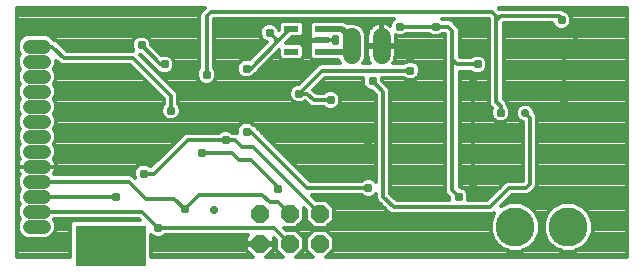
<source format=gbl>
G75*
%MOIN*%
%OFA0B0*%
%FSLAX25Y25*%
%IPPOS*%
%LPD*%
%AMOC8*
5,1,8,0,0,1.08239X$1,22.5*
%
%ADD10R,0.23622X0.13780*%
%ADD11OC8,0.06000*%
%ADD12C,0.04756*%
%ADD13C,0.06000*%
%ADD14C,0.13000*%
%ADD15R,0.04724X0.02165*%
%ADD16C,0.01400*%
%ADD17C,0.02800*%
%ADD18C,0.03100*%
%ADD19C,0.02000*%
%ADD20C,0.02900*%
D10*
X0050652Y0014522D03*
D11*
X0100406Y0015167D03*
X0110406Y0015167D03*
X0120406Y0015167D03*
X0120406Y0025167D03*
X0110406Y0025167D03*
X0100406Y0025167D03*
D12*
X0028471Y0025957D02*
X0023715Y0025957D01*
X0023715Y0020957D02*
X0028471Y0020957D01*
X0028471Y0030957D02*
X0023715Y0030957D01*
X0023715Y0035957D02*
X0028471Y0035957D01*
X0028471Y0040957D02*
X0023715Y0040957D01*
X0023715Y0045957D02*
X0028471Y0045957D01*
X0028471Y0050957D02*
X0023715Y0050957D01*
X0023715Y0055957D02*
X0028471Y0055957D01*
X0028471Y0060957D02*
X0023715Y0060957D01*
X0023715Y0065957D02*
X0028471Y0065957D01*
X0028471Y0070957D02*
X0023715Y0070957D01*
X0023715Y0075957D02*
X0028471Y0075957D01*
X0028471Y0080957D02*
X0023715Y0080957D01*
D13*
X0130979Y0078177D02*
X0130979Y0084177D01*
X0140979Y0084177D02*
X0140979Y0078177D01*
D14*
X0185555Y0020807D03*
X0203186Y0020801D03*
D15*
X0121143Y0079268D03*
X0121143Y0083008D03*
X0121143Y0086749D03*
X0110907Y0086749D03*
X0110907Y0079268D03*
D16*
X0019612Y0093804D02*
X0019612Y0010685D01*
X0037141Y0010685D01*
X0037141Y0022116D01*
X0038136Y0023112D01*
X0060496Y0023112D01*
X0060050Y0023557D01*
X0031838Y0023557D01*
X0031738Y0023457D01*
X0031928Y0023267D01*
X0032549Y0021768D01*
X0032549Y0020146D01*
X0031928Y0018647D01*
X0030781Y0017500D01*
X0029282Y0016879D01*
X0022904Y0016879D01*
X0021405Y0017500D01*
X0020258Y0018647D01*
X0019637Y0020146D01*
X0019637Y0021768D01*
X0020258Y0023267D01*
X0020448Y0023457D01*
X0020258Y0023647D01*
X0019637Y0025146D01*
X0019637Y0026768D01*
X0020258Y0028267D01*
X0020448Y0028457D01*
X0020258Y0028647D01*
X0019637Y0030146D01*
X0019637Y0031768D01*
X0020258Y0033267D01*
X0020448Y0033457D01*
X0020258Y0033647D01*
X0019637Y0035146D01*
X0019637Y0036768D01*
X0020258Y0038267D01*
X0020472Y0038482D01*
X0020227Y0038820D01*
X0019935Y0039392D01*
X0019737Y0040002D01*
X0019637Y0040636D01*
X0019637Y0040957D01*
X0026092Y0040957D01*
X0026092Y0040957D01*
X0019637Y0040957D01*
X0019637Y0041278D01*
X0019737Y0041912D01*
X0019935Y0042523D01*
X0020227Y0043095D01*
X0020472Y0043432D01*
X0020258Y0043647D01*
X0019637Y0045146D01*
X0019637Y0046768D01*
X0020258Y0048267D01*
X0020448Y0048457D01*
X0020258Y0048647D01*
X0019637Y0050146D01*
X0019637Y0051768D01*
X0020258Y0053267D01*
X0020448Y0053457D01*
X0020258Y0053647D01*
X0019637Y0055146D01*
X0019637Y0056768D01*
X0020258Y0058267D01*
X0020448Y0058457D01*
X0020258Y0058647D01*
X0019637Y0060146D01*
X0019637Y0061768D01*
X0020258Y0063267D01*
X0020448Y0063457D01*
X0020258Y0063647D01*
X0019637Y0065146D01*
X0019637Y0066768D01*
X0020258Y0068267D01*
X0020448Y0068457D01*
X0020258Y0068647D01*
X0019637Y0070146D01*
X0019637Y0071768D01*
X0020258Y0073267D01*
X0020448Y0073457D01*
X0020258Y0073647D01*
X0019637Y0075146D01*
X0019637Y0076768D01*
X0020258Y0078267D01*
X0020448Y0078457D01*
X0020258Y0078647D01*
X0019637Y0080146D01*
X0019637Y0081768D01*
X0020258Y0083267D01*
X0021405Y0084414D01*
X0022904Y0085035D01*
X0029282Y0085035D01*
X0030781Y0084414D01*
X0031919Y0083275D01*
X0032604Y0082992D01*
X0036074Y0079522D01*
X0058208Y0079522D01*
X0057730Y0080675D01*
X0057730Y0081968D01*
X0058225Y0083163D01*
X0059139Y0084077D01*
X0060334Y0084572D01*
X0061626Y0084572D01*
X0062821Y0084077D01*
X0063735Y0083163D01*
X0064230Y0081968D01*
X0064230Y0081466D01*
X0067603Y0078093D01*
X0068034Y0078272D01*
X0069326Y0078272D01*
X0070521Y0077777D01*
X0071435Y0076863D01*
X0071930Y0075668D01*
X0071930Y0074375D01*
X0071435Y0073181D01*
X0070521Y0072267D01*
X0069326Y0071772D01*
X0068034Y0071772D01*
X0066839Y0072267D01*
X0066258Y0072847D01*
X0065921Y0072987D01*
X0065245Y0073662D01*
X0060836Y0078072D01*
X0060624Y0078072D01*
X0072140Y0066556D01*
X0072815Y0065881D01*
X0073180Y0064999D01*
X0073180Y0061818D01*
X0073535Y0061463D01*
X0074030Y0060268D01*
X0074030Y0058975D01*
X0073535Y0057781D01*
X0072621Y0056867D01*
X0071426Y0056372D01*
X0070134Y0056372D01*
X0068939Y0056867D01*
X0068025Y0057781D01*
X0067530Y0058975D01*
X0067530Y0060268D01*
X0068025Y0061463D01*
X0068380Y0061818D01*
X0068380Y0063528D01*
X0057186Y0074722D01*
X0034603Y0074722D01*
X0033721Y0075087D01*
X0033045Y0075762D01*
X0033045Y0075762D01*
X0032549Y0076259D01*
X0032549Y0075146D01*
X0031928Y0073647D01*
X0031738Y0073457D01*
X0031928Y0073267D01*
X0032549Y0071768D01*
X0032549Y0070146D01*
X0031928Y0068647D01*
X0031738Y0068457D01*
X0031928Y0068267D01*
X0032549Y0066768D01*
X0032549Y0065146D01*
X0031928Y0063647D01*
X0031738Y0063457D01*
X0031928Y0063267D01*
X0032549Y0061768D01*
X0032549Y0060146D01*
X0031928Y0058647D01*
X0031738Y0058457D01*
X0031928Y0058267D01*
X0032549Y0056768D01*
X0032549Y0055146D01*
X0031928Y0053647D01*
X0031738Y0053457D01*
X0031928Y0053267D01*
X0032549Y0051768D01*
X0032549Y0050146D01*
X0031928Y0048647D01*
X0031738Y0048457D01*
X0031928Y0048267D01*
X0032549Y0046768D01*
X0032549Y0045146D01*
X0031928Y0043647D01*
X0031713Y0043432D01*
X0031958Y0043095D01*
X0032250Y0042523D01*
X0032448Y0041912D01*
X0032549Y0041278D01*
X0032549Y0040957D01*
X0026093Y0040957D01*
X0026093Y0040957D01*
X0032549Y0040957D01*
X0032549Y0040636D01*
X0032448Y0040002D01*
X0032250Y0039392D01*
X0031958Y0038820D01*
X0031713Y0038482D01*
X0031838Y0038357D01*
X0057122Y0038357D01*
X0058004Y0037992D01*
X0058720Y0037276D01*
X0058430Y0037975D01*
X0058430Y0039268D01*
X0058925Y0040463D01*
X0059839Y0041377D01*
X0061034Y0041872D01*
X0062326Y0041872D01*
X0063521Y0041377D01*
X0063876Y0041022D01*
X0064186Y0041022D01*
X0074345Y0051181D01*
X0074345Y0051181D01*
X0075021Y0051856D01*
X0075903Y0052222D01*
X0086784Y0052222D01*
X0087139Y0052577D01*
X0088334Y0053072D01*
X0089626Y0053072D01*
X0090821Y0052577D01*
X0091176Y0052222D01*
X0092457Y0052222D01*
X0092730Y0052109D01*
X0092730Y0053268D01*
X0093225Y0054463D01*
X0094139Y0055377D01*
X0095334Y0055872D01*
X0096626Y0055872D01*
X0097821Y0055377D01*
X0098402Y0054796D01*
X0098740Y0054656D01*
X0117274Y0036122D01*
X0134384Y0036122D01*
X0134739Y0036477D01*
X0135934Y0036972D01*
X0137226Y0036972D01*
X0138421Y0036477D01*
X0139080Y0035818D01*
X0139080Y0064928D01*
X0137836Y0066172D01*
X0137334Y0066172D01*
X0136139Y0066667D01*
X0135225Y0067581D01*
X0134730Y0068775D01*
X0134730Y0070068D01*
X0134918Y0070522D01*
X0122174Y0070522D01*
X0118274Y0066622D01*
X0119374Y0065522D01*
X0121784Y0065522D01*
X0122139Y0065877D01*
X0123334Y0066372D01*
X0124626Y0066372D01*
X0125821Y0065877D01*
X0126735Y0064963D01*
X0127230Y0063768D01*
X0127230Y0062475D01*
X0126735Y0061281D01*
X0125821Y0060367D01*
X0124626Y0059872D01*
X0123334Y0059872D01*
X0122139Y0060367D01*
X0121784Y0060722D01*
X0117903Y0060722D01*
X0117021Y0061087D01*
X0116345Y0061762D01*
X0115481Y0062627D01*
X0115321Y0062467D01*
X0114126Y0061972D01*
X0112834Y0061972D01*
X0111639Y0062467D01*
X0110725Y0063381D01*
X0110230Y0064575D01*
X0110230Y0065868D01*
X0110725Y0067063D01*
X0111639Y0067977D01*
X0112834Y0068472D01*
X0113336Y0068472D01*
X0119145Y0074281D01*
X0119821Y0074956D01*
X0120703Y0075322D01*
X0127188Y0075322D01*
X0126995Y0075515D01*
X0126558Y0076568D01*
X0124292Y0076568D01*
X0124209Y0076486D01*
X0118077Y0076486D01*
X0117081Y0077481D01*
X0117081Y0081055D01*
X0117233Y0081207D01*
X0117197Y0081270D01*
X0117081Y0081702D01*
X0117081Y0083008D01*
X0121143Y0083008D01*
X0121143Y0083008D01*
X0121143Y0083008D01*
X0125205Y0083008D01*
X0125205Y0081968D01*
X0126279Y0081968D01*
X0126279Y0084049D01*
X0125205Y0084049D01*
X0125205Y0083008D01*
X0121143Y0083008D01*
X0120856Y0082722D01*
X0115580Y0082722D01*
X0117081Y0082903D02*
X0110055Y0082903D01*
X0109203Y0082051D02*
X0111118Y0083966D01*
X0113973Y0083966D01*
X0114969Y0084962D01*
X0114969Y0088535D01*
X0113973Y0089531D01*
X0107840Y0089531D01*
X0106845Y0088535D01*
X0106845Y0086480D01*
X0106814Y0086449D01*
X0106435Y0087363D01*
X0105521Y0088277D01*
X0104326Y0088772D01*
X0103034Y0088772D01*
X0101839Y0088277D01*
X0100925Y0087363D01*
X0100430Y0086168D01*
X0100430Y0084875D01*
X0100925Y0083681D01*
X0101839Y0082767D01*
X0102752Y0082388D01*
X0097057Y0076693D01*
X0096626Y0076872D01*
X0095334Y0076872D01*
X0094139Y0076377D01*
X0093225Y0075463D01*
X0092730Y0074268D01*
X0092730Y0072975D01*
X0093225Y0071781D01*
X0094139Y0070867D01*
X0095334Y0070372D01*
X0096626Y0070372D01*
X0097821Y0070867D01*
X0098402Y0071447D01*
X0098740Y0071587D01*
X0106845Y0079692D01*
X0106845Y0077481D01*
X0107840Y0076486D01*
X0113973Y0076486D01*
X0114969Y0077481D01*
X0114969Y0081055D01*
X0113973Y0082051D01*
X0109203Y0082051D01*
X0105780Y0082022D02*
X0105780Y0083422D01*
X0103680Y0085522D01*
X0100430Y0085700D02*
X0085080Y0085700D01*
X0085080Y0087098D02*
X0100815Y0087098D01*
X0102370Y0088497D02*
X0085080Y0088497D01*
X0085080Y0089895D02*
X0144758Y0089895D01*
X0144984Y0090122D02*
X0144325Y0089463D01*
X0143830Y0088268D01*
X0143830Y0087915D01*
X0143443Y0088197D01*
X0142783Y0088533D01*
X0142080Y0088761D01*
X0141349Y0088877D01*
X0141279Y0088877D01*
X0141279Y0081477D01*
X0140679Y0081477D01*
X0140679Y0080877D01*
X0136279Y0080877D01*
X0136279Y0077807D01*
X0136395Y0077076D01*
X0136624Y0076373D01*
X0136959Y0075714D01*
X0137244Y0075322D01*
X0134771Y0075322D01*
X0134964Y0075515D01*
X0135679Y0077242D01*
X0135679Y0085112D01*
X0134964Y0086839D01*
X0133642Y0088161D01*
X0131914Y0088877D01*
X0130044Y0088877D01*
X0129549Y0088672D01*
X0129183Y0089037D01*
X0128190Y0089449D01*
X0124292Y0089449D01*
X0124209Y0089531D01*
X0118077Y0089531D01*
X0117081Y0088535D01*
X0117081Y0084962D01*
X0117233Y0084810D01*
X0117197Y0084747D01*
X0117081Y0084315D01*
X0117081Y0083008D01*
X0121143Y0083008D01*
X0125205Y0082903D02*
X0126279Y0082903D01*
X0135679Y0082903D02*
X0136279Y0082903D01*
X0136279Y0084301D02*
X0135679Y0084301D01*
X0136279Y0084547D02*
X0136279Y0081477D01*
X0140679Y0081477D01*
X0140679Y0088877D01*
X0140609Y0088877D01*
X0139879Y0088761D01*
X0139175Y0088533D01*
X0138516Y0088197D01*
X0137917Y0087762D01*
X0137394Y0087239D01*
X0136959Y0086640D01*
X0136624Y0085981D01*
X0136395Y0085277D01*
X0136279Y0084547D01*
X0136532Y0085700D02*
X0135436Y0085700D01*
X0134704Y0087098D02*
X0137292Y0087098D01*
X0139105Y0088497D02*
X0132831Y0088497D01*
X0140679Y0088497D02*
X0141279Y0088497D01*
X0141279Y0087098D02*
X0140679Y0087098D01*
X0140679Y0085700D02*
X0141279Y0085700D01*
X0145656Y0084694D02*
X0146434Y0084372D01*
X0147726Y0084372D01*
X0148921Y0084867D01*
X0149276Y0085222D01*
X0156784Y0085222D01*
X0157139Y0084867D01*
X0158334Y0084372D01*
X0159626Y0084372D01*
X0160821Y0084867D01*
X0161176Y0085222D01*
X0162180Y0085222D01*
X0162180Y0032544D01*
X0162545Y0031662D01*
X0163430Y0030778D01*
X0163430Y0030275D01*
X0163618Y0029822D01*
X0145974Y0029822D01*
X0143880Y0031916D01*
X0143880Y0066399D01*
X0143515Y0067281D01*
X0141230Y0069566D01*
X0141230Y0070068D01*
X0141042Y0070522D01*
X0148384Y0070522D01*
X0148739Y0070167D01*
X0149934Y0069672D01*
X0151226Y0069672D01*
X0152421Y0070167D01*
X0153335Y0071081D01*
X0153830Y0072275D01*
X0153830Y0073568D01*
X0153335Y0074763D01*
X0152421Y0075677D01*
X0151226Y0076172D01*
X0149934Y0076172D01*
X0148739Y0075677D01*
X0148384Y0075322D01*
X0144714Y0075322D01*
X0144999Y0075714D01*
X0145335Y0076373D01*
X0145563Y0077076D01*
X0145679Y0077807D01*
X0145679Y0080877D01*
X0141279Y0080877D01*
X0141279Y0081477D01*
X0145679Y0081477D01*
X0145679Y0084547D01*
X0145656Y0084694D01*
X0145679Y0084301D02*
X0162180Y0084301D01*
X0162180Y0082903D02*
X0145679Y0082903D01*
X0145679Y0081504D02*
X0162180Y0081504D01*
X0162180Y0080106D02*
X0145679Y0080106D01*
X0145679Y0078707D02*
X0162180Y0078707D01*
X0162180Y0077309D02*
X0145600Y0077309D01*
X0145099Y0075910D02*
X0149302Y0075910D01*
X0151858Y0075910D02*
X0162180Y0075910D01*
X0162180Y0074512D02*
X0153439Y0074512D01*
X0153830Y0073113D02*
X0162180Y0073113D01*
X0162180Y0071715D02*
X0153598Y0071715D01*
X0152571Y0070316D02*
X0162180Y0070316D01*
X0162180Y0068918D02*
X0141878Y0068918D01*
X0143277Y0067519D02*
X0162180Y0067519D01*
X0162180Y0066121D02*
X0143880Y0066121D01*
X0143880Y0064722D02*
X0162180Y0064722D01*
X0162180Y0063324D02*
X0143880Y0063324D01*
X0143880Y0061925D02*
X0162180Y0061925D01*
X0162180Y0060527D02*
X0143880Y0060527D01*
X0143880Y0059128D02*
X0162180Y0059128D01*
X0162180Y0057730D02*
X0143880Y0057730D01*
X0143880Y0056331D02*
X0162180Y0056331D01*
X0162180Y0054933D02*
X0143880Y0054933D01*
X0143880Y0053534D02*
X0162180Y0053534D01*
X0162180Y0052136D02*
X0143880Y0052136D01*
X0143880Y0050737D02*
X0162180Y0050737D01*
X0162180Y0049339D02*
X0143880Y0049339D01*
X0143880Y0047940D02*
X0162180Y0047940D01*
X0162180Y0046542D02*
X0143880Y0046542D01*
X0143880Y0045143D02*
X0162180Y0045143D01*
X0162180Y0043745D02*
X0143880Y0043745D01*
X0143880Y0042346D02*
X0162180Y0042346D01*
X0162180Y0040948D02*
X0143880Y0040948D01*
X0143880Y0039549D02*
X0162180Y0039549D01*
X0162180Y0038151D02*
X0143880Y0038151D01*
X0143880Y0036752D02*
X0162180Y0036752D01*
X0162180Y0035354D02*
X0143880Y0035354D01*
X0143880Y0033955D02*
X0162180Y0033955D01*
X0164580Y0033022D02*
X0166680Y0030922D01*
X0169742Y0029822D02*
X0169930Y0030275D01*
X0169930Y0031568D01*
X0169435Y0032763D01*
X0168521Y0033677D01*
X0167326Y0034172D01*
X0166980Y0034172D01*
X0166980Y0072622D01*
X0170784Y0072622D01*
X0171139Y0072267D01*
X0172334Y0071772D01*
X0173626Y0071772D01*
X0174821Y0072267D01*
X0175735Y0073181D01*
X0176230Y0074375D01*
X0176230Y0075668D01*
X0175735Y0076863D01*
X0174821Y0077777D01*
X0173626Y0078272D01*
X0172334Y0078272D01*
X0171139Y0077777D01*
X0170784Y0077422D01*
X0166980Y0077422D01*
X0166980Y0086699D01*
X0166615Y0087581D01*
X0165940Y0088256D01*
X0165215Y0088981D01*
X0164540Y0089656D01*
X0163657Y0090022D01*
X0161176Y0090022D01*
X0161076Y0090122D01*
X0176880Y0090122D01*
X0176880Y0061944D01*
X0177245Y0061062D01*
X0177814Y0060494D01*
X0177430Y0059568D01*
X0177430Y0058275D01*
X0177925Y0057081D01*
X0178839Y0056167D01*
X0180034Y0055672D01*
X0181326Y0055672D01*
X0182521Y0056167D01*
X0183435Y0057081D01*
X0183930Y0058275D01*
X0183930Y0059568D01*
X0183435Y0060763D01*
X0183080Y0061118D01*
X0183080Y0061499D01*
X0182715Y0062381D01*
X0181680Y0063416D01*
X0181680Y0088722D01*
X0197876Y0088722D01*
X0198225Y0087881D01*
X0199139Y0086967D01*
X0200334Y0086472D01*
X0201626Y0086472D01*
X0202821Y0086967D01*
X0203735Y0087881D01*
X0204230Y0089075D01*
X0204230Y0090368D01*
X0203735Y0091563D01*
X0202821Y0092477D01*
X0201964Y0092832D01*
X0201640Y0093156D01*
X0200757Y0093522D01*
X0180274Y0093522D01*
X0179991Y0093804D01*
X0222810Y0093804D01*
X0222810Y0010685D01*
X0122571Y0010685D01*
X0125106Y0013220D01*
X0125106Y0017113D01*
X0122353Y0019867D01*
X0118459Y0019867D01*
X0115706Y0017113D01*
X0115706Y0013220D01*
X0118241Y0010685D01*
X0112571Y0010685D01*
X0115106Y0013220D01*
X0115106Y0017113D01*
X0112353Y0019867D01*
X0109100Y0019867D01*
X0108500Y0020467D01*
X0112353Y0020467D01*
X0115106Y0023220D01*
X0115106Y0027073D01*
X0115706Y0026473D01*
X0115706Y0023220D01*
X0118459Y0020467D01*
X0122353Y0020467D01*
X0125106Y0023220D01*
X0125106Y0027113D01*
X0122353Y0029867D01*
X0119100Y0029867D01*
X0117645Y0031322D01*
X0134384Y0031322D01*
X0134739Y0030967D01*
X0135934Y0030472D01*
X0137226Y0030472D01*
X0138421Y0030967D01*
X0139080Y0031626D01*
X0139080Y0030444D01*
X0139445Y0029562D01*
X0143621Y0025387D01*
X0144503Y0025022D01*
X0177657Y0025022D01*
X0178540Y0025387D01*
X0178603Y0025450D01*
X0177355Y0022438D01*
X0177355Y0019176D01*
X0178603Y0016162D01*
X0180910Y0013855D01*
X0183924Y0012607D01*
X0187186Y0012607D01*
X0190200Y0013855D01*
X0192506Y0016162D01*
X0193755Y0019176D01*
X0193755Y0022438D01*
X0192506Y0025452D01*
X0190200Y0027758D01*
X0187186Y0029007D01*
X0183924Y0029007D01*
X0180911Y0027759D01*
X0184474Y0031322D01*
X0189557Y0031322D01*
X0190440Y0031687D01*
X0191115Y0032362D01*
X0191115Y0032362D01*
X0191839Y0033087D01*
X0191840Y0033087D01*
X0192515Y0033762D01*
X0192880Y0034644D01*
X0192880Y0057694D01*
X0192515Y0058576D01*
X0192062Y0059029D01*
X0192062Y0059411D01*
X0191582Y0060569D01*
X0190696Y0061455D01*
X0189538Y0061935D01*
X0188285Y0061935D01*
X0187127Y0061455D01*
X0186241Y0060569D01*
X0185762Y0059411D01*
X0185762Y0058158D01*
X0186241Y0057000D01*
X0187127Y0056114D01*
X0188080Y0055720D01*
X0188080Y0036122D01*
X0183003Y0036122D01*
X0182121Y0035756D01*
X0181445Y0035081D01*
X0176186Y0029822D01*
X0169742Y0029822D01*
X0169930Y0031158D02*
X0177522Y0031158D01*
X0178921Y0032556D02*
X0169521Y0032556D01*
X0167850Y0033955D02*
X0180319Y0033955D01*
X0181718Y0035354D02*
X0166980Y0035354D01*
X0166980Y0036752D02*
X0188080Y0036752D01*
X0188080Y0038151D02*
X0166980Y0038151D01*
X0166980Y0039549D02*
X0188080Y0039549D01*
X0188080Y0040948D02*
X0166980Y0040948D01*
X0166980Y0042346D02*
X0188080Y0042346D01*
X0188080Y0043745D02*
X0166980Y0043745D01*
X0166980Y0045143D02*
X0188080Y0045143D01*
X0188080Y0046542D02*
X0166980Y0046542D01*
X0166980Y0047940D02*
X0188080Y0047940D01*
X0188080Y0049339D02*
X0166980Y0049339D01*
X0166980Y0050737D02*
X0188080Y0050737D01*
X0188080Y0052136D02*
X0166980Y0052136D01*
X0166980Y0053534D02*
X0188080Y0053534D01*
X0188080Y0054933D02*
X0166980Y0054933D01*
X0166980Y0056331D02*
X0178674Y0056331D01*
X0177656Y0057730D02*
X0166980Y0057730D01*
X0166980Y0059128D02*
X0177430Y0059128D01*
X0177781Y0060527D02*
X0166980Y0060527D01*
X0166980Y0061925D02*
X0176888Y0061925D01*
X0176880Y0063324D02*
X0166980Y0063324D01*
X0166980Y0064722D02*
X0176880Y0064722D01*
X0176880Y0066121D02*
X0166980Y0066121D01*
X0166980Y0067519D02*
X0176880Y0067519D01*
X0176880Y0068918D02*
X0166980Y0068918D01*
X0166980Y0070316D02*
X0176880Y0070316D01*
X0176880Y0071715D02*
X0166980Y0071715D01*
X0171580Y0069422D02*
X0171580Y0035122D01*
X0164580Y0033022D02*
X0164580Y0076422D01*
X0165980Y0075022D01*
X0172980Y0075022D01*
X0176130Y0075910D02*
X0176880Y0075910D01*
X0176880Y0074512D02*
X0176230Y0074512D01*
X0175668Y0073113D02*
X0176880Y0073113D01*
X0181680Y0073113D02*
X0222810Y0073113D01*
X0222810Y0071715D02*
X0181680Y0071715D01*
X0181680Y0070316D02*
X0222810Y0070316D01*
X0222810Y0068918D02*
X0181680Y0068918D01*
X0181680Y0067519D02*
X0222810Y0067519D01*
X0222810Y0066121D02*
X0181680Y0066121D01*
X0181680Y0064722D02*
X0222810Y0064722D01*
X0222810Y0063324D02*
X0181772Y0063324D01*
X0182904Y0061925D02*
X0188262Y0061925D01*
X0189561Y0061925D02*
X0222810Y0061925D01*
X0222810Y0060527D02*
X0191600Y0060527D01*
X0192062Y0059128D02*
X0222810Y0059128D01*
X0222810Y0057730D02*
X0192865Y0057730D01*
X0192880Y0056331D02*
X0222810Y0056331D01*
X0222810Y0054933D02*
X0192880Y0054933D01*
X0192880Y0053534D02*
X0222810Y0053534D01*
X0222810Y0052136D02*
X0192880Y0052136D01*
X0192880Y0050737D02*
X0222810Y0050737D01*
X0222810Y0049339D02*
X0192880Y0049339D01*
X0192880Y0047940D02*
X0222810Y0047940D01*
X0222810Y0046542D02*
X0192880Y0046542D01*
X0192880Y0045143D02*
X0222810Y0045143D01*
X0222810Y0043745D02*
X0192880Y0043745D01*
X0192880Y0042346D02*
X0222810Y0042346D01*
X0222810Y0040948D02*
X0192880Y0040948D01*
X0192880Y0039549D02*
X0222810Y0039549D01*
X0222810Y0038151D02*
X0192880Y0038151D01*
X0192880Y0036752D02*
X0222810Y0036752D01*
X0222810Y0035354D02*
X0192880Y0035354D01*
X0192594Y0033955D02*
X0222810Y0033955D01*
X0222810Y0032556D02*
X0191309Y0032556D01*
X0189080Y0033722D02*
X0183480Y0033722D01*
X0177180Y0027422D01*
X0144980Y0027422D01*
X0141480Y0030922D01*
X0141480Y0065922D01*
X0137980Y0069422D01*
X0134833Y0070316D02*
X0121969Y0070316D01*
X0120570Y0068918D02*
X0134730Y0068918D01*
X0135286Y0067519D02*
X0119172Y0067519D01*
X0118775Y0066121D02*
X0122728Y0066121D01*
X0125232Y0066121D02*
X0137887Y0066121D01*
X0139080Y0064722D02*
X0126835Y0064722D01*
X0127230Y0063324D02*
X0139080Y0063324D01*
X0139080Y0061925D02*
X0127002Y0061925D01*
X0125981Y0060527D02*
X0139080Y0060527D01*
X0139080Y0059128D02*
X0074030Y0059128D01*
X0073484Y0057730D02*
X0139080Y0057730D01*
X0139080Y0056331D02*
X0032549Y0056331D01*
X0032460Y0054933D02*
X0093695Y0054933D01*
X0092840Y0053534D02*
X0031815Y0053534D01*
X0032396Y0052136D02*
X0075695Y0052136D01*
X0073901Y0050737D02*
X0032549Y0050737D01*
X0032214Y0049339D02*
X0072503Y0049339D01*
X0076380Y0049822D02*
X0088980Y0049822D01*
X0091980Y0049822D01*
X0094480Y0047322D01*
X0098251Y0047322D01*
X0120406Y0025167D01*
X0125106Y0025564D02*
X0143444Y0025564D01*
X0142045Y0026962D02*
X0125106Y0026962D01*
X0123858Y0028361D02*
X0140647Y0028361D01*
X0139364Y0029759D02*
X0122460Y0029759D01*
X0117809Y0031158D02*
X0134548Y0031158D01*
X0136580Y0033722D02*
X0116280Y0033722D01*
X0097380Y0052622D01*
X0095980Y0052622D01*
X0092730Y0052136D02*
X0092665Y0052136D01*
X0098265Y0054933D02*
X0139080Y0054933D01*
X0139080Y0053534D02*
X0099862Y0053534D01*
X0101260Y0052136D02*
X0139080Y0052136D01*
X0139080Y0050737D02*
X0102659Y0050737D01*
X0104057Y0049339D02*
X0139080Y0049339D01*
X0139080Y0047940D02*
X0105456Y0047940D01*
X0106854Y0046542D02*
X0139080Y0046542D01*
X0139080Y0045143D02*
X0108253Y0045143D01*
X0109651Y0043745D02*
X0139080Y0043745D01*
X0139080Y0042346D02*
X0111050Y0042346D01*
X0112448Y0040948D02*
X0139080Y0040948D01*
X0139080Y0039549D02*
X0113847Y0039549D01*
X0115245Y0038151D02*
X0139080Y0038151D01*
X0139080Y0036752D02*
X0137757Y0036752D01*
X0135403Y0036752D02*
X0116644Y0036752D01*
X0106580Y0034022D02*
X0106580Y0033622D01*
X0106580Y0034022D02*
X0097380Y0043222D01*
X0093480Y0043222D01*
X0091080Y0045622D01*
X0081280Y0045622D01*
X0076380Y0049822D02*
X0065180Y0038622D01*
X0061680Y0038622D01*
X0058546Y0039549D02*
X0032301Y0039549D01*
X0032549Y0040948D02*
X0059410Y0040948D01*
X0065510Y0042346D02*
X0032307Y0042346D01*
X0031968Y0043745D02*
X0066909Y0043745D01*
X0068307Y0045143D02*
X0032547Y0045143D01*
X0032549Y0046542D02*
X0069706Y0046542D01*
X0071104Y0047940D02*
X0032063Y0047940D01*
X0020122Y0047940D02*
X0019612Y0047940D01*
X0019612Y0046542D02*
X0019637Y0046542D01*
X0019612Y0045143D02*
X0019638Y0045143D01*
X0019612Y0043745D02*
X0020217Y0043745D01*
X0019878Y0042346D02*
X0019612Y0042346D01*
X0019612Y0040948D02*
X0019637Y0040948D01*
X0019612Y0039549D02*
X0019884Y0039549D01*
X0019612Y0038151D02*
X0020209Y0038151D01*
X0019637Y0036752D02*
X0019612Y0036752D01*
X0019612Y0035354D02*
X0019637Y0035354D01*
X0019612Y0033955D02*
X0020130Y0033955D01*
X0019963Y0032556D02*
X0019612Y0032556D01*
X0019612Y0031158D02*
X0019637Y0031158D01*
X0019612Y0029759D02*
X0019797Y0029759D01*
X0019612Y0028361D02*
X0020351Y0028361D01*
X0019717Y0026962D02*
X0019612Y0026962D01*
X0019612Y0025564D02*
X0019637Y0025564D01*
X0019612Y0024165D02*
X0020043Y0024165D01*
X0020050Y0022767D02*
X0019612Y0022767D01*
X0019612Y0021368D02*
X0019637Y0021368D01*
X0019612Y0019970D02*
X0019710Y0019970D01*
X0019612Y0018571D02*
X0020333Y0018571D01*
X0019612Y0017173D02*
X0022195Y0017173D01*
X0019612Y0015774D02*
X0037141Y0015774D01*
X0037141Y0014376D02*
X0019612Y0014376D01*
X0019612Y0012977D02*
X0037141Y0012977D01*
X0037141Y0011579D02*
X0019612Y0011579D01*
X0029991Y0017173D02*
X0037141Y0017173D01*
X0037141Y0018571D02*
X0031852Y0018571D01*
X0032476Y0019970D02*
X0037141Y0019970D01*
X0037141Y0021368D02*
X0032549Y0021368D01*
X0032135Y0022767D02*
X0037792Y0022767D01*
X0026093Y0025957D02*
X0061045Y0025957D01*
X0066580Y0020422D01*
X0105151Y0020422D01*
X0110406Y0015167D01*
X0115106Y0015774D02*
X0115706Y0015774D01*
X0115706Y0014376D02*
X0115106Y0014376D01*
X0114863Y0012977D02*
X0115949Y0012977D01*
X0117347Y0011579D02*
X0113465Y0011579D01*
X0108241Y0010685D02*
X0102571Y0010685D01*
X0105106Y0013220D01*
X0105106Y0014867D01*
X0100706Y0014867D01*
X0100706Y0015467D01*
X0105106Y0015467D01*
X0105106Y0017073D01*
X0105706Y0016473D01*
X0105706Y0013220D01*
X0108241Y0010685D01*
X0107347Y0011579D02*
X0103465Y0011579D01*
X0104863Y0012977D02*
X0105949Y0012977D01*
X0105706Y0014376D02*
X0105106Y0014376D01*
X0105106Y0015774D02*
X0105706Y0015774D01*
X0100106Y0015467D02*
X0100106Y0014867D01*
X0095706Y0014867D01*
X0095706Y0013220D01*
X0098241Y0010685D01*
X0064163Y0010685D01*
X0064163Y0018243D01*
X0064739Y0017667D01*
X0065934Y0017172D01*
X0067226Y0017172D01*
X0068421Y0017667D01*
X0068776Y0018022D01*
X0096614Y0018022D01*
X0095706Y0017113D01*
X0095706Y0015467D01*
X0100106Y0015467D01*
X0095706Y0015774D02*
X0064163Y0015774D01*
X0064163Y0014376D02*
X0095706Y0014376D01*
X0095949Y0012977D02*
X0064163Y0012977D01*
X0064163Y0011579D02*
X0097347Y0011579D01*
X0095765Y0017173D02*
X0067229Y0017173D01*
X0065931Y0017173D02*
X0064163Y0017173D01*
X0075380Y0026722D02*
X0071880Y0030222D01*
X0062380Y0030222D01*
X0056645Y0035957D01*
X0026093Y0035957D01*
X0026093Y0030957D02*
X0052545Y0030957D01*
X0052580Y0030922D01*
X0057621Y0038151D02*
X0058430Y0038151D01*
X0075380Y0026722D02*
X0080280Y0031622D01*
X0101280Y0031622D01*
X0103880Y0029022D01*
X0106551Y0029022D01*
X0110406Y0025167D01*
X0115106Y0025564D02*
X0115706Y0025564D01*
X0115706Y0024165D02*
X0115106Y0024165D01*
X0114653Y0022767D02*
X0116159Y0022767D01*
X0117557Y0021368D02*
X0113255Y0021368D01*
X0108997Y0019970D02*
X0177355Y0019970D01*
X0177355Y0021368D02*
X0123255Y0021368D01*
X0124653Y0022767D02*
X0177491Y0022767D01*
X0178070Y0024165D02*
X0125106Y0024165D01*
X0115216Y0026962D02*
X0115106Y0026962D01*
X0113648Y0018571D02*
X0117164Y0018571D01*
X0115765Y0017173D02*
X0115047Y0017173D01*
X0123648Y0018571D02*
X0177605Y0018571D01*
X0178184Y0017173D02*
X0125047Y0017173D01*
X0125106Y0015774D02*
X0178991Y0015774D01*
X0180389Y0014376D02*
X0125106Y0014376D01*
X0124863Y0012977D02*
X0183029Y0012977D01*
X0188080Y0012977D02*
X0200647Y0012977D01*
X0201555Y0012601D02*
X0204817Y0012601D01*
X0207831Y0013850D01*
X0210138Y0016156D01*
X0211386Y0019170D01*
X0211386Y0022432D01*
X0210138Y0025446D01*
X0207831Y0027753D01*
X0204817Y0029001D01*
X0201555Y0029001D01*
X0198541Y0027753D01*
X0196235Y0025446D01*
X0194986Y0022432D01*
X0194986Y0019170D01*
X0196235Y0016156D01*
X0198541Y0013850D01*
X0201555Y0012601D01*
X0198015Y0014376D02*
X0190720Y0014376D01*
X0192119Y0015774D02*
X0196617Y0015774D01*
X0195814Y0017173D02*
X0192925Y0017173D01*
X0193504Y0018571D02*
X0195234Y0018571D01*
X0194986Y0019970D02*
X0193755Y0019970D01*
X0193755Y0021368D02*
X0194986Y0021368D01*
X0195125Y0022767D02*
X0193619Y0022767D01*
X0193039Y0024165D02*
X0195704Y0024165D01*
X0196352Y0025564D02*
X0192394Y0025564D01*
X0190996Y0026962D02*
X0197751Y0026962D01*
X0200009Y0028361D02*
X0188745Y0028361D01*
X0182912Y0029759D02*
X0222810Y0029759D01*
X0222810Y0031158D02*
X0184310Y0031158D01*
X0189080Y0033722D02*
X0190480Y0035122D01*
X0190480Y0057216D01*
X0188912Y0058785D01*
X0185939Y0057730D02*
X0183704Y0057730D01*
X0183930Y0059128D02*
X0185762Y0059128D01*
X0186224Y0060527D02*
X0183533Y0060527D01*
X0180680Y0061022D02*
X0179280Y0062422D01*
X0179280Y0089722D01*
X0179280Y0091122D01*
X0177880Y0092522D01*
X0084080Y0092522D01*
X0082680Y0091122D01*
X0082680Y0071522D01*
X0079662Y0070316D02*
X0068380Y0070316D01*
X0066981Y0071715D02*
X0079430Y0071715D01*
X0079430Y0072168D02*
X0079430Y0070875D01*
X0079925Y0069681D01*
X0080839Y0068767D01*
X0082034Y0068272D01*
X0083326Y0068272D01*
X0084521Y0068767D01*
X0085435Y0069681D01*
X0085930Y0070875D01*
X0085930Y0072168D01*
X0085435Y0073363D01*
X0085080Y0073718D01*
X0085080Y0090122D01*
X0144984Y0090122D01*
X0143925Y0088497D02*
X0142853Y0088497D01*
X0147080Y0087622D02*
X0158980Y0087622D01*
X0163180Y0087622D01*
X0164580Y0086222D01*
X0164580Y0076422D01*
X0166980Y0078707D02*
X0176880Y0078707D01*
X0176880Y0077309D02*
X0175289Y0077309D01*
X0176880Y0080106D02*
X0166980Y0080106D01*
X0166980Y0081504D02*
X0176880Y0081504D01*
X0176880Y0082903D02*
X0166980Y0082903D01*
X0166980Y0084301D02*
X0176880Y0084301D01*
X0176880Y0085700D02*
X0166980Y0085700D01*
X0166815Y0087098D02*
X0176880Y0087098D01*
X0176880Y0088497D02*
X0165699Y0088497D01*
X0163962Y0089895D02*
X0176880Y0089895D01*
X0179280Y0089722D02*
X0180680Y0091122D01*
X0200280Y0091122D01*
X0200980Y0090422D01*
X0200980Y0089722D01*
X0197970Y0088497D02*
X0181680Y0088497D01*
X0181680Y0087098D02*
X0199007Y0087098D01*
X0202953Y0087098D02*
X0222810Y0087098D01*
X0222810Y0085700D02*
X0181680Y0085700D01*
X0181680Y0084301D02*
X0222810Y0084301D01*
X0222810Y0082903D02*
X0181680Y0082903D01*
X0181680Y0081504D02*
X0222810Y0081504D01*
X0222810Y0080106D02*
X0181680Y0080106D01*
X0181680Y0078707D02*
X0222810Y0078707D01*
X0222810Y0077309D02*
X0181680Y0077309D01*
X0181680Y0075910D02*
X0222810Y0075910D01*
X0222810Y0074512D02*
X0181680Y0074512D01*
X0201680Y0079922D02*
X0207980Y0086222D01*
X0203990Y0088497D02*
X0222810Y0088497D01*
X0222810Y0089895D02*
X0204230Y0089895D01*
X0203847Y0091294D02*
X0222810Y0091294D01*
X0222810Y0092692D02*
X0202301Y0092692D01*
X0201680Y0079922D02*
X0201680Y0061722D01*
X0186910Y0056331D02*
X0182686Y0056331D01*
X0180680Y0058922D02*
X0180680Y0061022D01*
X0150580Y0072922D02*
X0121180Y0072922D01*
X0113480Y0065222D01*
X0116280Y0065222D01*
X0118380Y0063122D01*
X0123980Y0063122D01*
X0121979Y0060527D02*
X0073923Y0060527D01*
X0073180Y0061925D02*
X0116182Y0061925D01*
X0110782Y0063324D02*
X0073180Y0063324D01*
X0070780Y0064522D02*
X0070780Y0059622D01*
X0067637Y0060527D02*
X0032549Y0060527D01*
X0032484Y0061925D02*
X0068380Y0061925D01*
X0068380Y0063324D02*
X0031871Y0063324D01*
X0032373Y0064722D02*
X0067185Y0064722D01*
X0065787Y0066121D02*
X0032549Y0066121D01*
X0032237Y0067519D02*
X0064388Y0067519D01*
X0062990Y0068918D02*
X0032040Y0068918D01*
X0032549Y0070316D02*
X0061591Y0070316D01*
X0060193Y0071715D02*
X0032549Y0071715D01*
X0031991Y0073113D02*
X0058794Y0073113D01*
X0057396Y0074512D02*
X0032286Y0074512D01*
X0032549Y0075910D02*
X0032897Y0075910D01*
X0035080Y0077122D02*
X0058180Y0077122D01*
X0070780Y0064522D01*
X0073180Y0064722D02*
X0110230Y0064722D01*
X0110335Y0066121D02*
X0072575Y0066121D01*
X0071177Y0067519D02*
X0111181Y0067519D01*
X0113782Y0068918D02*
X0084672Y0068918D01*
X0085698Y0070316D02*
X0115180Y0070316D01*
X0116579Y0071715D02*
X0098867Y0071715D01*
X0100266Y0073113D02*
X0117977Y0073113D01*
X0119376Y0074512D02*
X0101664Y0074512D01*
X0103063Y0075910D02*
X0126831Y0075910D01*
X0135128Y0075910D02*
X0136859Y0075910D01*
X0136358Y0077309D02*
X0135679Y0077309D01*
X0135679Y0078707D02*
X0136279Y0078707D01*
X0136279Y0080106D02*
X0135679Y0080106D01*
X0135679Y0081504D02*
X0136279Y0081504D01*
X0140679Y0081504D02*
X0141279Y0081504D01*
X0141279Y0082903D02*
X0140679Y0082903D01*
X0140679Y0084301D02*
X0141279Y0084301D01*
X0117081Y0084301D02*
X0114309Y0084301D01*
X0114969Y0085700D02*
X0117081Y0085700D01*
X0117081Y0087098D02*
X0114969Y0087098D01*
X0114969Y0088497D02*
X0117081Y0088497D01*
X0110907Y0086749D02*
X0110507Y0086749D01*
X0105780Y0082022D01*
X0097380Y0073622D01*
X0095980Y0073622D01*
X0092831Y0074512D02*
X0085080Y0074512D01*
X0085080Y0075910D02*
X0093672Y0075910D01*
X0097673Y0077309D02*
X0085080Y0077309D01*
X0085080Y0078707D02*
X0099072Y0078707D01*
X0100470Y0080106D02*
X0085080Y0080106D01*
X0085080Y0081504D02*
X0101869Y0081504D01*
X0101703Y0082903D02*
X0085080Y0082903D01*
X0085080Y0084301D02*
X0100668Y0084301D01*
X0106545Y0087098D02*
X0106845Y0087098D01*
X0106845Y0088497D02*
X0104990Y0088497D01*
X0114520Y0081504D02*
X0117134Y0081504D01*
X0117081Y0080106D02*
X0114969Y0080106D01*
X0114969Y0078707D02*
X0117081Y0078707D01*
X0117253Y0077309D02*
X0114796Y0077309D01*
X0107017Y0077309D02*
X0104461Y0077309D01*
X0105860Y0078707D02*
X0106845Y0078707D01*
X0092730Y0073113D02*
X0085539Y0073113D01*
X0085930Y0071715D02*
X0093291Y0071715D01*
X0080688Y0068918D02*
X0069778Y0068918D01*
X0071368Y0073113D02*
X0079821Y0073113D01*
X0079925Y0073363D02*
X0079430Y0072168D01*
X0079925Y0073363D02*
X0080280Y0073718D01*
X0080280Y0091599D01*
X0080645Y0092481D01*
X0081969Y0093804D01*
X0019612Y0093804D01*
X0019612Y0092692D02*
X0080857Y0092692D01*
X0080280Y0091294D02*
X0019612Y0091294D01*
X0019612Y0089895D02*
X0080280Y0089895D01*
X0080280Y0088497D02*
X0019612Y0088497D01*
X0019612Y0087098D02*
X0080280Y0087098D01*
X0080280Y0085700D02*
X0019612Y0085700D01*
X0019612Y0084301D02*
X0021292Y0084301D01*
X0020107Y0082903D02*
X0019612Y0082903D01*
X0019612Y0081504D02*
X0019637Y0081504D01*
X0019612Y0080106D02*
X0019653Y0080106D01*
X0019612Y0078707D02*
X0020233Y0078707D01*
X0019861Y0077309D02*
X0019612Y0077309D01*
X0019612Y0075910D02*
X0019637Y0075910D01*
X0019612Y0074512D02*
X0019899Y0074512D01*
X0019612Y0073113D02*
X0020194Y0073113D01*
X0019637Y0071715D02*
X0019612Y0071715D01*
X0019612Y0070316D02*
X0019637Y0070316D01*
X0019612Y0068918D02*
X0020145Y0068918D01*
X0019948Y0067519D02*
X0019612Y0067519D01*
X0019612Y0066121D02*
X0019637Y0066121D01*
X0019612Y0064722D02*
X0019812Y0064722D01*
X0019612Y0063324D02*
X0020314Y0063324D01*
X0019702Y0061925D02*
X0019612Y0061925D01*
X0019612Y0060527D02*
X0019637Y0060527D01*
X0019612Y0059128D02*
X0020058Y0059128D01*
X0020035Y0057730D02*
X0019612Y0057730D01*
X0019612Y0056331D02*
X0019637Y0056331D01*
X0019612Y0054933D02*
X0019725Y0054933D01*
X0019612Y0053534D02*
X0020371Y0053534D01*
X0019789Y0052136D02*
X0019612Y0052136D01*
X0019612Y0050737D02*
X0019637Y0050737D01*
X0019612Y0049339D02*
X0019971Y0049339D01*
X0032150Y0057730D02*
X0068076Y0057730D01*
X0067530Y0059128D02*
X0032127Y0059128D01*
X0065583Y0073113D02*
X0065794Y0073113D01*
X0064396Y0074512D02*
X0064184Y0074512D01*
X0062997Y0075910D02*
X0062786Y0075910D01*
X0061599Y0077309D02*
X0061387Y0077309D01*
X0060980Y0081322D02*
X0067280Y0075022D01*
X0068680Y0075022D01*
X0070989Y0077309D02*
X0080280Y0077309D01*
X0080280Y0078707D02*
X0066989Y0078707D01*
X0065590Y0080106D02*
X0080280Y0080106D01*
X0080280Y0081504D02*
X0064230Y0081504D01*
X0063843Y0082903D02*
X0080280Y0082903D01*
X0080280Y0084301D02*
X0062279Y0084301D01*
X0059681Y0084301D02*
X0030893Y0084301D01*
X0032693Y0082903D02*
X0058117Y0082903D01*
X0057730Y0081504D02*
X0034092Y0081504D01*
X0035490Y0080106D02*
X0057966Y0080106D01*
X0071830Y0075910D02*
X0080280Y0075910D01*
X0080280Y0074512D02*
X0071930Y0074512D01*
X0035080Y0077122D02*
X0031245Y0080957D01*
X0026093Y0080957D01*
X0138612Y0031158D02*
X0139080Y0031158D01*
X0143880Y0032556D02*
X0162180Y0032556D01*
X0163050Y0031158D02*
X0144638Y0031158D01*
X0181513Y0028361D02*
X0182365Y0028361D01*
X0206363Y0028361D02*
X0222810Y0028361D01*
X0222810Y0026962D02*
X0208622Y0026962D01*
X0210020Y0025564D02*
X0222810Y0025564D01*
X0222810Y0024165D02*
X0210668Y0024165D01*
X0211248Y0022767D02*
X0222810Y0022767D01*
X0222810Y0021368D02*
X0211386Y0021368D01*
X0211386Y0019970D02*
X0222810Y0019970D01*
X0222810Y0018571D02*
X0211138Y0018571D01*
X0210559Y0017173D02*
X0222810Y0017173D01*
X0222810Y0015774D02*
X0209756Y0015774D01*
X0208357Y0014376D02*
X0222810Y0014376D01*
X0222810Y0012977D02*
X0205725Y0012977D01*
X0222810Y0011579D02*
X0123465Y0011579D01*
X0141127Y0070316D02*
X0148589Y0070316D01*
D17*
X0136580Y0048422D03*
X0033680Y0072222D03*
D18*
X0060980Y0081322D03*
X0068680Y0075022D03*
X0082680Y0071522D03*
X0095980Y0073622D03*
X0113480Y0065222D03*
X0123980Y0063122D03*
X0137980Y0069422D03*
X0150580Y0072922D03*
X0171580Y0069422D03*
X0172980Y0075022D03*
X0158980Y0087622D03*
X0147080Y0087622D03*
X0115580Y0082722D03*
X0103680Y0085522D03*
X0070780Y0059622D03*
X0088980Y0049822D03*
X0095980Y0052622D03*
X0081280Y0045622D03*
X0061680Y0038622D03*
X0052580Y0030922D03*
X0075380Y0026722D03*
X0066580Y0020422D03*
X0106580Y0033622D03*
X0136580Y0033722D03*
X0166680Y0030922D03*
X0171580Y0035122D03*
X0180680Y0058922D03*
X0201680Y0061722D03*
X0207980Y0086222D03*
X0200980Y0089722D03*
D19*
X0130979Y0083423D02*
X0130979Y0081177D01*
X0129071Y0079268D01*
X0121143Y0079268D01*
X0127653Y0086749D02*
X0130979Y0083423D01*
X0127653Y0086749D02*
X0121143Y0086749D01*
D20*
X0188912Y0058785D03*
X0085180Y0026322D03*
M02*

</source>
